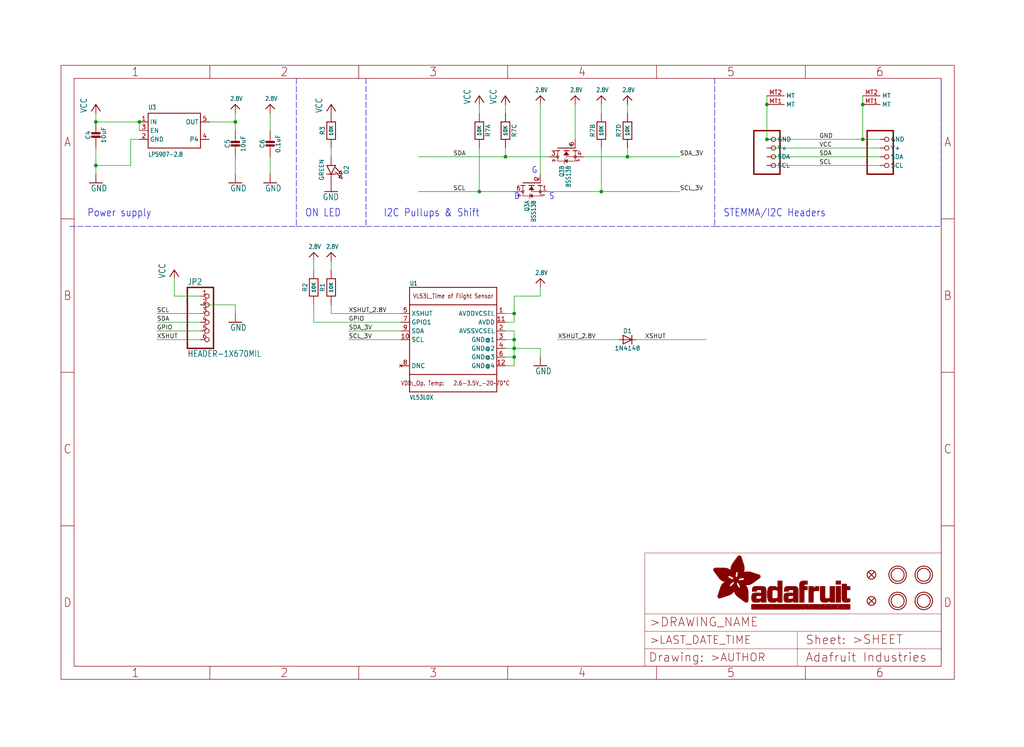
<source format=kicad_sch>
(kicad_sch (version 20211123) (generator eeschema)
  (paper "User" 298.45 217.881)
  (lib_symbols
    (symbol "eagleSchem-eagle-import:2.8V" (power)
      (property "Value" "2.8V" (at -1.524 1.016 0))
      (symbol "2.8V_1_0"
        (pin power_in line (at 0 -2.54 90) (length 2.54) (name "2.8V") (number "1"))
      )
    )
    (symbol "eagleSchem-eagle-import:CAP_CERAMIC0603_NO"
      (property "Reference" "C" (at -2.29 1.25 90))
      (property "Value" "CAP_CERAMIC0603_NO" (at 2.3 1.25 90))
      (symbol "CAP_CERAMIC0603_NO_1_0"
        (pin passive line (at 0 5.08 270) (length 2.54) (name "1") (number "1"))
        (pin passive line (at 0 -2.54 90) (length 2.54) (name "2") (number "2"))
      )
    )
    (symbol "eagleSchem-eagle-import:CAP_CERAMIC0805-NOOUTLINE"
      (property "Reference" "C" (at -2.29 1.25 90))
      (property "Value" "CAP_CERAMIC0805-NOOUTLINE" (at 2.3 1.25 90))
      (symbol "CAP_CERAMIC0805-NOOUTLINE_1_0"
        (pin passive line (at 0 5.08 270) (length 2.54) (name "1") (number "1"))
        (pin passive line (at 0 -2.54 90) (length 2.54) (name "2") (number "2"))
      )
    )
    (symbol "eagleSchem-eagle-import:DIODESOD-323"
      (property "Reference" "D" (at 0 2.54 0))
      (property "Value" "DIODESOD-323" (at 0 -2.5 0))
      (symbol "DIODESOD-323_1_0"
        (pin passive line (at -2.54 0 0) (length 2.54) (name "A") (number "A"))
        (pin passive line (at 2.54 0 180) (length 2.54) (name "C") (number "C"))
      )
    )
    (symbol "eagleSchem-eagle-import:FIDUCIAL_1MM")
    (symbol "eagleSchem-eagle-import:FRAME_A4_ADAFRUIT"
      (symbol "FRAME_A4_ADAFRUIT_0_0"
        (text "1" (at 21.6958 1.905 0) (effects (font (size 2.54 2.286))))
        (text "1" (at 21.6958 177.165 0) (effects (font (size 2.54 2.286))))
        (text "2" (at 65.0875 1.905 0) (effects (font (size 2.54 2.286))))
        (text "2" (at 65.0875 177.165 0) (effects (font (size 2.54 2.286))))
        (text "3" (at 108.4792 1.905 0) (effects (font (size 2.54 2.286))))
        (text "3" (at 108.4792 177.165 0) (effects (font (size 2.54 2.286))))
        (text "4" (at 151.8708 1.905 0) (effects (font (size 2.54 2.286))))
        (text "4" (at 151.8708 177.165 0) (effects (font (size 2.54 2.286))))
        (text "5" (at 195.2625 1.905 0) (effects (font (size 2.54 2.286))))
        (text "5" (at 195.2625 177.165 0) (effects (font (size 2.54 2.286))))
        (text "6" (at 238.6542 1.905 0) (effects (font (size 2.54 2.286))))
        (text "6" (at 238.6542 177.165 0) (effects (font (size 2.54 2.286))))
        (text "A" (at 1.905 156.6863 0) (effects (font (size 2.54 2.286))))
        (text "A" (at 258.445 156.6863 0) (effects (font (size 2.54 2.286))))
        (text "B" (at 1.905 111.9188 0) (effects (font (size 2.54 2.286))))
        (text "B" (at 258.445 111.9188 0) (effects (font (size 2.54 2.286))))
        (text "C" (at 1.905 67.1513 0) (effects (font (size 2.54 2.286))))
        (text "C" (at 258.445 67.1513 0) (effects (font (size 2.54 2.286))))
        (text "D" (at 1.905 22.3838 0) (effects (font (size 2.54 2.286))))
        (text "D" (at 258.445 22.3838 0) (effects (font (size 2.54 2.286))))
      )
      (symbol "FRAME_A4_ADAFRUIT_1_0"
        (text ">AUTHOR" (at 189.23 5.08 0) (effects (font (size 2.286 2.286)) (justify left bottom)))
        (text ">DRAWING_NAME" (at 171.45 15.24 0) (effects (font (size 2.54 2.54)) (justify left bottom)))
        (text ">LAST_DATE_TIME" (at 171.45 10.16 0) (effects (font (size 2.286 2.286)) (justify left bottom)))
        (text ">SHEET" (at 230.505 10.16 0) (effects (font (size 2.54 2.54)) (justify left bottom)))
        (text "Adafruit Industries" (at 216.916 4.953 0) (effects (font (size 2.54 2.54)) (justify left bottom)))
        (text "Drawing:" (at 171.196 4.953 0) (effects (font (size 2.54 2.54)) (justify left bottom)))
        (text "Sheet:" (at 216.916 10.033 0) (effects (font (size 2.54 2.54)) (justify left bottom)))
      )
    )
    (symbol "eagleSchem-eagle-import:GND" (power)
      (property "Value" "GND" (at -2.54 -2.54 0))
      (symbol "GND_1_0"
        (pin power_in line (at 0 2.54 270) (length 2.54) (name "GND") (number "1"))
      )
    )
    (symbol "eagleSchem-eagle-import:HEADER-1X670MIL"
      (property "Reference" "JP" (at -6.35 10.795 0))
      (property "Value" "HEADER-1X670MIL" (at -6.35 -10.16 0))
      (symbol "HEADER-1X670MIL_1_0"
        (pin passive inverted (at -2.54 7.62 0) (length 2.54) (name "1") (number "1"))
        (pin passive inverted (at -2.54 5.08 0) (length 2.54) (name "2") (number "2"))
        (pin passive inverted (at -2.54 2.54 0) (length 2.54) (name "3") (number "3"))
        (pin passive inverted (at -2.54 0 0) (length 2.54) (name "4") (number "4"))
        (pin passive inverted (at -2.54 -2.54 0) (length 2.54) (name "5") (number "5"))
        (pin passive inverted (at -2.54 -5.08 0) (length 2.54) (name "6") (number "6"))
      )
    )
    (symbol "eagleSchem-eagle-import:LED0603_NOOUTLINE"
      (property "Reference" "D" (at -1.27 4.445 0))
      (property "Value" "LED0603_NOOUTLINE" (at -1.27 -2.794 0))
      (symbol "LED0603_NOOUTLINE_1_0"
        (pin passive line (at -5.08 0 0) (length 2.54) (name "A") (number "A"))
        (pin passive line (at 2.54 0 180) (length 2.54) (name "C") (number "C"))
      )
    )
    (symbol "eagleSchem-eagle-import:MOSFET-N_DUAL"
      (property "Reference" "Q" (at 5.08 0.635 0))
      (property "Value" "MOSFET-N_DUAL" (at 5.08 -1.27 0))
      (symbol "MOSFET-N_DUAL_1_0"
        (text "D" (at 3.175 3.175 0) (effects (font (size 0.8128 0.6908)) (justify left bottom)))
        (text "G" (at -1.27 -1.905 0) (effects (font (size 0.8128 0.6908)) (justify left bottom)))
        (text "S" (at 3.175 -3.81 0) (effects (font (size 0.8128 0.6908)) (justify left bottom)))
        (pin bidirectional line (at 2.54 -5.08 90) (length 2.54) (name "S") (number "1"))
        (pin bidirectional line (at -2.54 -2.54 0) (length 2.54) (name "G") (number "2"))
        (pin bidirectional line (at 2.54 5.08 270) (length 2.54) (name "D") (number "6"))
      )
      (symbol "MOSFET-N_DUAL_2_0"
        (text "D" (at 3.175 3.175 0) (effects (font (size 0.8128 0.6908)) (justify left bottom)))
        (text "G" (at -1.27 -1.905 0) (effects (font (size 0.8128 0.6908)) (justify left bottom)))
        (text "S" (at 3.175 -3.81 0) (effects (font (size 0.8128 0.6908)) (justify left bottom)))
        (pin bidirectional line (at 2.54 5.08 270) (length 2.54) (name "D") (number "3"))
        (pin bidirectional line (at 2.54 -5.08 90) (length 2.54) (name "S") (number "4"))
        (pin bidirectional line (at -2.54 -2.54 0) (length 2.54) (name "G") (number "5"))
      )
    )
    (symbol "eagleSchem-eagle-import:MOUNTINGHOLE2.5")
    (symbol "eagleSchem-eagle-import:RESISTOR_0603_NOOUT"
      (property "Reference" "R" (at 0 2.54 0))
      (property "Value" "RESISTOR_0603_NOOUT" (at 0 0 0))
      (symbol "RESISTOR_0603_NOOUT_1_0"
        (pin passive line (at -5.08 0 0) (length 2.54) (name "1") (number "1"))
        (pin passive line (at 5.08 0 180) (length 2.54) (name "2") (number "2"))
      )
    )
    (symbol "eagleSchem-eagle-import:RESISTOR_4PACK"
      (property "Reference" "R" (at 0 2.54 0))
      (property "Value" "RESISTOR_4PACK" (at 0 0 0))
      (symbol "RESISTOR_4PACK_1_0"
        (pin passive line (at -5.08 0 0) (length 2.54) (name "1") (number "1"))
        (pin passive line (at 5.08 0 180) (length 2.54) (name "2") (number "8"))
      )
      (symbol "RESISTOR_4PACK_2_0"
        (pin passive line (at -5.08 0 0) (length 2.54) (name "1") (number "2"))
        (pin passive line (at 5.08 0 180) (length 2.54) (name "2") (number "7"))
      )
      (symbol "RESISTOR_4PACK_3_0"
        (pin passive line (at -5.08 0 0) (length 2.54) (name "1") (number "3"))
        (pin passive line (at 5.08 0 180) (length 2.54) (name "2") (number "6"))
      )
      (symbol "RESISTOR_4PACK_4_0"
        (pin passive line (at -5.08 0 0) (length 2.54) (name "1") (number "4"))
        (pin passive line (at 5.08 0 180) (length 2.54) (name "2") (number "5"))
      )
    )
    (symbol "eagleSchem-eagle-import:STEMMA_I2C_QT"
      (symbol "STEMMA_I2C_QT_1_0"
        (pin passive inverted (at 0 5.08 0) (length 2.54) (name "GND") (number "1"))
        (pin passive inverted (at 0 2.54 0) (length 2.54) (name "V+") (number "2"))
        (pin passive inverted (at 0 0 0) (length 2.54) (name "SDA") (number "3"))
        (pin passive inverted (at 0 -2.54 0) (length 2.54) (name "SCL") (number "4"))
      )
      (symbol "STEMMA_I2C_QT_2_0"
        (pin bidirectional line (at 0 0 0) (length 5.08) (name "MT") (number "MT1"))
      )
      (symbol "STEMMA_I2C_QT_3_0"
        (pin bidirectional line (at 0 0 0) (length 5.08) (name "MT") (number "MT2"))
      )
    )
    (symbol "eagleSchem-eagle-import:VCC" (power)
      (property "Value" "VCC" (at -2.54 -2.54 90))
      (symbol "VCC_1_0"
        (pin power_in line (at 0 -2.54 90) (length 2.54) (name "VCC") (number "1"))
      )
    )
    (symbol "eagleSchem-eagle-import:VL53L0X"
      (property "Reference" "U" (at -12.7 15.7226 0))
      (property "Value" "VL53L0X" (at -12.7 -17.5514 0))
      (symbol "VL53L0X_1_0"
        (text "2.6-3.5V_-20~70°C" (at 0 -12.7 0) (effects (font (size 1.27 1.0795)) (justify left)))
        (text "VDD:_Op. Temp:" (at -2.54 -12.7 0) (effects (font (size 1.27 1.0795)) (justify right)))
        (text "VL53L_Time of Flight Sensor" (at 0 12.7 0) (effects (font (size 1.27 1.0795))))
        (pin power_in line (at 15.24 7.62 180) (length 2.54) (name "AVDDVCSEL") (number "1"))
        (pin open_collector line (at -15.24 0 0) (length 2.54) (name "SCL") (number "10"))
        (pin power_in line (at 15.24 5.08 180) (length 2.54) (name "AVDD") (number "11"))
        (pin power_in line (at 15.24 -7.62 180) (length 2.54) (name "GND@4") (number "12"))
        (pin power_in line (at 15.24 2.54 180) (length 2.54) (name "AVSSVCSEL") (number "2"))
        (pin power_in line (at 15.24 0 180) (length 2.54) (name "GND@1") (number "3"))
        (pin power_in line (at 15.24 -2.54 180) (length 2.54) (name "GND@2") (number "4"))
        (pin input line (at -15.24 7.62 0) (length 2.54) (name "XSHUT") (number "5"))
        (pin power_in line (at 15.24 -5.08 180) (length 2.54) (name "GND@3") (number "6"))
        (pin output line (at -15.24 5.08 0) (length 2.54) (name "GPIO1") (number "7"))
        (pin no_connect line (at -15.24 -7.62 0) (length 2.54) (name "DNC") (number "8"))
        (pin open_collector line (at -15.24 2.54 0) (length 2.54) (name "SDA") (number "9"))
      )
    )
    (symbol "eagleSchem-eagle-import:VREG_SOT23-5"
      (property "Reference" "U" (at -7.62 6.096 0))
      (property "Value" "VREG_SOT23-5" (at -7.62 -7.62 0))
      (symbol "VREG_SOT23-5_1_0"
        (pin power_in line (at -10.16 2.54 0) (length 2.54) (name "IN") (number "1"))
        (pin power_in line (at -10.16 -2.54 0) (length 2.54) (name "GND") (number "2"))
        (pin input line (at -10.16 0 0) (length 2.54) (name "EN") (number "3"))
        (pin bidirectional line (at 10.16 -2.54 180) (length 2.54) (name "P4") (number "4"))
        (pin power_in line (at 10.16 2.54 180) (length 2.54) (name "OUT") (number "5"))
      )
    )
  )
  (junction (at 149.86 91.44))
  (junction (at 40.64 35.56))
  (junction (at 223.52 40.64))
  (junction (at 251.46 30.48))
  (junction (at 27.94 48.26))
  (junction (at 147.32 45.72))
  (junction (at 175.26 55.88))
  (junction (at 149.86 101.6))
  (junction (at 251.46 40.64))
  (junction (at 149.86 104.14))
  (junction (at 149.86 99.06))
  (junction (at 68.58 35.56))
  (junction (at 182.88 45.72))
  (junction (at 139.7 55.88))
  (junction (at 223.52 30.48))
  (junction (at 27.94 35.56))
  (wire (pts (xy 58.42 93.98) (xy 45.72 93.98)))
  (wire (pts (xy 175.26 55.88) (xy 198.12 55.88)))
  (wire (pts (xy 223.52 30.48) (xy 223.52 40.64)))
  (wire (pts (xy 256.54 45.72) (xy 223.52 45.72)))
  (wire (pts (xy 170.18 45.72) (xy 182.88 45.72)))
  (wire (pts (xy 96.52 45.72) (xy 96.52 43.18)))
  (polyline (pts (xy 208.28 22.86) (xy 208.28 66.04)))
  (wire (pts (xy 175.26 43.18) (xy 175.26 55.88)))
  (wire (pts (xy 149.86 86.36) (xy 157.48 86.36)))
  (polyline (pts (xy 106.68 66.04) (xy 208.28 66.04)))
  (wire (pts (xy 116.84 96.52) (xy 101.6 96.52)))
  (wire (pts (xy 139.7 55.88) (xy 121.92 55.88)))
  (wire (pts (xy 147.32 99.06) (xy 149.86 99.06)))
  (polyline (pts (xy 274.32 22.86) (xy 274.32 66.04)))
  (wire (pts (xy 58.42 88.9) (xy 68.58 88.9)))
  (wire (pts (xy 147.32 101.6) (xy 149.86 101.6)))
  (wire (pts (xy 139.7 43.18) (xy 139.7 55.88)))
  (wire (pts (xy 182.88 33.02) (xy 182.88 30.48)))
  (wire (pts (xy 78.74 33.02) (xy 78.74 38.1)))
  (wire (pts (xy 149.86 91.44) (xy 149.86 86.36)))
  (wire (pts (xy 27.94 33.02) (xy 27.94 35.56)))
  (wire (pts (xy 96.52 78.74) (xy 96.52 76.2)))
  (wire (pts (xy 157.48 86.36) (xy 157.48 83.82)))
  (wire (pts (xy 149.86 106.68) (xy 149.86 104.14)))
  (wire (pts (xy 60.96 35.56) (xy 68.58 35.56)))
  (wire (pts (xy 116.84 99.06) (xy 101.6 99.06)))
  (wire (pts (xy 50.8 86.36) (xy 50.8 81.28)))
  (wire (pts (xy 157.48 50.8) (xy 157.48 30.48)))
  (wire (pts (xy 147.32 106.68) (xy 149.86 106.68)))
  (wire (pts (xy 223.52 43.18) (xy 256.54 43.18)))
  (wire (pts (xy 68.58 88.9) (xy 68.58 91.44)))
  (wire (pts (xy 116.84 91.44) (xy 96.52 91.44)))
  (wire (pts (xy 256.54 40.64) (xy 251.46 40.64)))
  (wire (pts (xy 27.94 48.26) (xy 27.94 43.18)))
  (wire (pts (xy 147.32 45.72) (xy 121.92 45.72)))
  (wire (pts (xy 251.46 27.94) (xy 251.46 30.48)))
  (wire (pts (xy 38.1 40.64) (xy 38.1 48.26)))
  (wire (pts (xy 58.42 96.52) (xy 45.72 96.52)))
  (wire (pts (xy 91.44 78.74) (xy 91.44 76.2)))
  (polyline (pts (xy 86.36 66.04) (xy 106.68 66.04)))
  (wire (pts (xy 149.86 99.06) (xy 149.86 101.6)))
  (wire (pts (xy 251.46 30.48) (xy 251.46 40.64)))
  (wire (pts (xy 147.32 33.02) (xy 147.32 30.48)))
  (wire (pts (xy 40.64 38.1) (xy 40.64 35.56)))
  (wire (pts (xy 68.58 35.56) (xy 68.58 38.1)))
  (wire (pts (xy 147.32 91.44) (xy 149.86 91.44)))
  (wire (pts (xy 223.52 27.94) (xy 223.52 30.48)))
  (wire (pts (xy 157.48 101.6) (xy 157.48 104.14)))
  (wire (pts (xy 40.64 35.56) (xy 27.94 35.56)))
  (wire (pts (xy 68.58 35.56) (xy 68.58 33.02)))
  (polyline (pts (xy 208.28 66.04) (xy 274.32 66.04)))
  (wire (pts (xy 182.88 45.72) (xy 198.12 45.72)))
  (wire (pts (xy 139.7 30.48) (xy 139.7 33.02)))
  (polyline (pts (xy 106.68 22.86) (xy 106.68 66.04)))
  (wire (pts (xy 205.74 99.06) (xy 185.42 99.06)))
  (wire (pts (xy 175.26 33.02) (xy 175.26 30.48)))
  (wire (pts (xy 68.58 45.72) (xy 68.58 50.8)))
  (wire (pts (xy 147.32 93.98) (xy 149.86 93.98)))
  (wire (pts (xy 58.42 86.36) (xy 50.8 86.36)))
  (wire (pts (xy 149.86 101.6) (xy 157.48 101.6)))
  (wire (pts (xy 223.52 48.26) (xy 256.54 48.26)))
  (wire (pts (xy 167.64 40.64) (xy 167.64 30.48)))
  (wire (pts (xy 149.86 93.98) (xy 149.86 91.44)))
  (polyline (pts (xy 20.32 66.04) (xy 86.36 66.04)))
  (wire (pts (xy 58.42 91.44) (xy 45.72 91.44)))
  (wire (pts (xy 78.74 45.72) (xy 78.74 50.8)))
  (wire (pts (xy 58.42 99.06) (xy 45.72 99.06)))
  (wire (pts (xy 160.02 45.72) (xy 147.32 45.72)))
  (wire (pts (xy 38.1 48.26) (xy 27.94 48.26)))
  (wire (pts (xy 180.34 99.06) (xy 162.56 99.06)))
  (wire (pts (xy 149.86 104.14) (xy 149.86 101.6)))
  (wire (pts (xy 116.84 93.98) (xy 91.44 93.98)))
  (wire (pts (xy 96.52 91.44) (xy 96.52 88.9)))
  (wire (pts (xy 40.64 40.64) (xy 38.1 40.64)))
  (wire (pts (xy 147.32 96.52) (xy 149.86 96.52)))
  (wire (pts (xy 147.32 104.14) (xy 149.86 104.14)))
  (wire (pts (xy 91.44 93.98) (xy 91.44 88.9)))
  (wire (pts (xy 27.94 48.26) (xy 27.94 50.8)))
  (polyline (pts (xy 86.36 22.86) (xy 86.36 66.04)))
  (wire (pts (xy 149.86 55.88) (xy 139.7 55.88)))
  (wire (pts (xy 147.32 43.18) (xy 147.32 45.72)))
  (wire (pts (xy 149.86 96.52) (xy 149.86 99.06)))
  (wire (pts (xy 251.46 40.64) (xy 223.52 40.64)))
  (wire (pts (xy 182.88 43.18) (xy 182.88 45.72)))
  (wire (pts (xy 160.02 55.88) (xy 175.26 55.88)))
  (text "D" (at 149.86 58.42 180) (effects (font (size 1.778 1.5113)) (justify left bottom)))
  (text "Power supply" (at 25.4 63.5 180) (effects (font (size 2.1844 1.8567)) (justify left bottom)))
  (text "S" (at 160.02 58.42 180) (effects (font (size 1.778 1.5113)) (justify left bottom)))
  (text "ON LED" (at 88.9 63.5 180) (effects (font (size 2.1844 1.8567)) (justify left bottom)))
  (text "STEMMA/I2C Headers" (at 210.82 63.5 180) (effects (font (size 2.1844 1.8567)) (justify left bottom)))
  (text "I2C Pullups & Shift" (at 111.76 63.5 180) (effects (font (size 2.1844 1.8567)) (justify left bottom)))
  (text "G" (at 154.94 50.8 180) (effects (font (size 1.778 1.5113)) (justify left bottom)))
  (label "XSHUT" (at 187.96 99.06 0) (effects (font (size 1.2446 1.2446))))
  (label "SCL" (at 238.76 48.26 0) (effects (font (size 1.2446 1.2446))))
  (label "SDA_3V" (at 101.6 96.52 0) (effects (font (size 1.2446 1.2446))))
  (label "SCL_3V" (at 198.12 55.88 0) (effects (font (size 1.2446 1.2446))))
  (label "GND" (at 238.76 40.64 0) (effects (font (size 1.2446 1.2446))))
  (label "SDA_3V" (at 198.12 45.72 0) (effects (font (size 1.2446 1.2446))))
  (label "VCC" (at 238.76 43.18 0) (effects (font (size 1.2446 1.2446))))
  (label "GPIO" (at 45.72 96.52 0) (effects (font (size 1.2446 1.2446))))
  (label "XSHUT_2.8V" (at 101.6 91.44 0) (effects (font (size 1.2446 1.2446))))
  (label "SDA" (at 132.08 45.72 0) (effects (font (size 1.2446 1.2446))))
  (label "SCL_3V" (at 101.6 99.06 0) (effects (font (size 1.2446 1.2446))))
  (label "SDA" (at 45.72 93.98 0) (effects (font (size 1.2446 1.2446))))
  (label "GPIO" (at 101.6 93.98 0) (effects (font (size 1.2446 1.2446))))
  (label "SCL" (at 132.08 55.88 0) (effects (font (size 1.2446 1.2446))))
  (label "XSHUT" (at 45.72 99.06 0) (effects (font (size 1.2446 1.2446))))
  (label "SDA" (at 238.76 45.72 0) (effects (font (size 1.2446 1.2446))))
  (label "SCL" (at 45.72 91.44 0) (effects (font (size 1.2446 1.2446))))
  (label "XSHUT_2.8V" (at 162.56 99.06 0) (effects (font (size 1.2446 1.2446))))
  (symbol (lib_id "eagleSchem-eagle-import:2.8V") (at 68.58 30.48 0) (unit 1)
    (property "Reference" "#U$23" (effects hide))
    (property "Value" "2.8V" (at 67.056 29.464 0) (effects (font (size 1.27 1.0795)) (justify left bottom)))
    (property "Footprint" "eagleSchem:" (effects hide))
  )
  (symbol (lib_id "eagleSchem-eagle-import:2.8V") (at 96.52 73.66 0) (unit 1)
    (property "Reference" "#U$10" (effects hide))
    (property "Value" "2.8V" (at 94.996 72.644 0) (effects (font (size 1.27 1.0795)) (justify left bottom)))
    (property "Footprint" "eagleSchem:" (effects hide))
  )
  (symbol (lib_id "eagleSchem-eagle-import:GND") (at 78.74 53.34 0) (unit 1)
    (property "Reference" "#U$21" (effects hide))
    (property "Value" "GND" (at 77.216 55.88 0) (effects (font (size 1.778 1.5113)) (justify left bottom)))
    (property "Footprint" "eagleSchem:" (effects hide))
  )
  (symbol (lib_id "eagleSchem-eagle-import:FIDUCIAL_1MM") (at 254 175.26 0) (unit 1)
    (property "Reference" "FID1" (effects hide))
    (property "Value" "FIDUCIAL_1MM" (effects hide))
    (property "Footprint" "eagleSchem:FIDUCIAL_1MM" (effects hide))
  )
  (symbol (lib_id "eagleSchem-eagle-import:CAP_CERAMIC0805-NOOUTLINE") (at 27.94 40.64 0) (unit 1)
    (property "Reference" "C4" (at 25.65 39.39 90))
    (property "Value" "10uF" (at 30.24 39.39 90))
    (property "Footprint" "eagleSchem:0805-NO" (effects hide))
  )
  (symbol (lib_id "eagleSchem-eagle-import:STEMMA_I2C_QT") (at 223.52 27.94 0) (unit 3)
    (property "Reference" "CONN3" (effects hide))
    (property "Value" "STEMMA_I2C_QT" (effects hide))
    (property "Footprint" "eagleSchem:JST_SH4" (effects hide))
  )
  (symbol (lib_id "eagleSchem-eagle-import:STEMMA_I2C_QT") (at 256.54 45.72 0) (unit 1)
    (property "Reference" "CONN4" (effects hide))
    (property "Value" "STEMMA_I2C_QT" (effects hide))
    (property "Footprint" "eagleSchem:JST_SH4" (effects hide))
  )
  (symbol (lib_id "eagleSchem-eagle-import:MOUNTINGHOLE2.5") (at 269.24 175.26 0) (unit 1)
    (property "Reference" "U$34" (effects hide))
    (property "Value" "MOUNTINGHOLE2.5" (effects hide))
    (property "Footprint" "eagleSchem:MOUNTINGHOLE_2.5_PLATED" (effects hide))
  )
  (symbol (lib_id "eagleSchem-eagle-import:VCC") (at 27.94 30.48 0) (unit 1)
    (property "Reference" "#P+3" (effects hide))
    (property "Value" "VCC" (at 25.4 33.02 90) (effects (font (size 1.778 1.5113)) (justify left bottom)))
    (property "Footprint" "eagleSchem:" (effects hide))
  )
  (symbol (lib_id "eagleSchem-eagle-import:2.8V") (at 167.64 27.94 0) (unit 1)
    (property "Reference" "#U$25" (effects hide))
    (property "Value" "2.8V" (at 166.116 26.924 0) (effects (font (size 1.27 1.0795)) (justify left bottom)))
    (property "Footprint" "eagleSchem:" (effects hide))
  )
  (symbol (lib_id "eagleSchem-eagle-import:RESISTOR_0603_NOOUT") (at 96.52 83.82 90) (unit 1)
    (property "Reference" "R1" (at 93.98 83.82 0))
    (property "Value" "10K" (at 96.52 83.82 0) (effects (font (size 1.016 1.016) bold)))
    (property "Footprint" "eagleSchem:0603-NO" (effects hide))
  )
  (symbol (lib_id "eagleSchem-eagle-import:STEMMA_I2C_QT") (at 223.52 45.72 0) (unit 1)
    (property "Reference" "CONN3" (effects hide))
    (property "Value" "STEMMA_I2C_QT" (effects hide))
    (property "Footprint" "eagleSchem:JST_SH4" (effects hide))
  )
  (symbol (lib_id "eagleSchem-eagle-import:VREG_SOT23-5") (at 50.8 38.1 0) (unit 1)
    (property "Reference" "U3" (at 43.18 32.004 0) (effects (font (size 1.27 1.0795)) (justify left bottom)))
    (property "Value" "LP5907-2.8" (at 43.18 45.72 0) (effects (font (size 1.27 1.0795)) (justify left bottom)))
    (property "Footprint" "eagleSchem:SOT23-5" (effects hide))
  )
  (symbol (lib_id "eagleSchem-eagle-import:2.8V") (at 91.44 73.66 0) (unit 1)
    (property "Reference" "#U$9" (effects hide))
    (property "Value" "2.8V" (at 89.916 72.644 0) (effects (font (size 1.27 1.0795)) (justify left bottom)))
    (property "Footprint" "eagleSchem:" (effects hide))
  )
  (symbol (lib_id "eagleSchem-eagle-import:FRAME_A4_ADAFRUIT") (at 17.78 198.12 0) (unit 1)
    (property "Reference" "#U$32" (effects hide))
    (property "Value" "FRAME_A4_ADAFRUIT" (effects hide))
    (property "Footprint" "eagleSchem:" (effects hide))
  )
  (symbol (lib_id "eagleSchem-eagle-import:2.8V") (at 182.88 27.94 0) (unit 1)
    (property "Reference" "#U$27" (effects hide))
    (property "Value" "2.8V" (at 181.356 26.924 0) (effects (font (size 1.27 1.0795)) (justify left bottom)))
    (property "Footprint" "eagleSchem:" (effects hide))
  )
  (symbol (lib_id "eagleSchem-eagle-import:VCC") (at 50.8 78.74 0) (unit 1)
    (property "Reference" "#P+4" (effects hide))
    (property "Value" "VCC" (at 48.26 81.28 90) (effects (font (size 1.778 1.5113)) (justify left bottom)))
    (property "Footprint" "eagleSchem:" (effects hide))
  )
  (symbol (lib_id "eagleSchem-eagle-import:2.8V") (at 175.26 27.94 0) (unit 1)
    (property "Reference" "#U$26" (effects hide))
    (property "Value" "2.8V" (at 173.736 26.924 0) (effects (font (size 1.27 1.0795)) (justify left bottom)))
    (property "Footprint" "eagleSchem:" (effects hide))
  )
  (symbol (lib_id "eagleSchem-eagle-import:CAP_CERAMIC0805-NOOUTLINE") (at 68.58 43.18 0) (unit 1)
    (property "Reference" "C5" (at 66.29 41.93 90))
    (property "Value" "10uF" (at 70.88 41.93 90))
    (property "Footprint" "eagleSchem:0805-NO" (effects hide))
  )
  (symbol (lib_id "eagleSchem-eagle-import:RESISTOR_0603_NOOUT") (at 91.44 83.82 90) (unit 1)
    (property "Reference" "R2" (at 88.9 83.82 0))
    (property "Value" "10K" (at 91.44 83.82 0) (effects (font (size 1.016 1.016) bold)))
    (property "Footprint" "eagleSchem:0603-NO" (effects hide))
  )
  (symbol (lib_id "eagleSchem-eagle-import:STEMMA_I2C_QT") (at 223.52 30.48 0) (unit 2)
    (property "Reference" "CONN3" (effects hide))
    (property "Value" "STEMMA_I2C_QT" (effects hide))
    (property "Footprint" "eagleSchem:JST_SH4" (effects hide))
  )
  (symbol (lib_id "eagleSchem-eagle-import:FIDUCIAL_1MM") (at 254 167.64 0) (unit 1)
    (property "Reference" "FID4" (effects hide))
    (property "Value" "FIDUCIAL_1MM" (effects hide))
    (property "Footprint" "eagleSchem:FIDUCIAL_1MM" (effects hide))
  )
  (symbol (lib_id "eagleSchem-eagle-import:RESISTOR_0603_NOOUT") (at 96.52 38.1 90) (unit 1)
    (property "Reference" "R3" (at 93.98 38.1 0))
    (property "Value" "10K" (at 96.52 38.1 0) (effects (font (size 1.016 1.016) bold)))
    (property "Footprint" "eagleSchem:0603-NO" (effects hide))
  )
  (symbol (lib_id "eagleSchem-eagle-import:STEMMA_I2C_QT") (at 251.46 27.94 0) (unit 3)
    (property "Reference" "CONN4" (effects hide))
    (property "Value" "STEMMA_I2C_QT" (effects hide))
    (property "Footprint" "eagleSchem:JST_SH4" (effects hide))
  )
  (symbol (lib_id "eagleSchem-eagle-import:MOSFET-N_DUAL") (at 165.1 43.18 90) (mirror x) (unit 2)
    (property "Reference" "Q3" (at 164.465 48.26 0) (effects (font (size 1.27 1.0795)) (justify left bottom)))
    (property "Value" "BSS138" (at 166.37 48.26 0) (effects (font (size 1.27 1.0795)) (justify left bottom)))
    (property "Footprint" "eagleSchem:SOT363" (effects hide))
  )
  (symbol (lib_id "eagleSchem-eagle-import:RESISTOR_4PACK") (at 182.88 38.1 90) (mirror x) (unit 4)
    (property "Reference" "R7" (at 180.34 38.1 0))
    (property "Value" "10K" (at 182.88 38.1 0) (effects (font (size 1.016 1.016) bold)))
    (property "Footprint" "eagleSchem:RESPACK_4X0603" (effects hide))
  )
  (symbol (lib_id "eagleSchem-eagle-import:VCC") (at 139.7 27.94 0) (unit 1)
    (property "Reference" "#P+1" (effects hide))
    (property "Value" "VCC" (at 137.16 30.48 90) (effects (font (size 1.778 1.5113)) (justify left bottom)))
    (property "Footprint" "eagleSchem:" (effects hide))
  )
  (symbol (lib_id "eagleSchem-eagle-import:MOSFET-N_DUAL") (at 154.94 53.34 90) (mirror x) (unit 1)
    (property "Reference" "Q3" (at 154.305 58.42 0) (effects (font (size 1.27 1.0795)) (justify left bottom)))
    (property "Value" "BSS138" (at 156.21 58.42 0) (effects (font (size 1.27 1.0795)) (justify left bottom)))
    (property "Footprint" "eagleSchem:SOT363" (effects hide))
  )
  (symbol (lib_id "eagleSchem-eagle-import:STEMMA_I2C_QT") (at 251.46 30.48 0) (unit 2)
    (property "Reference" "CONN4" (effects hide))
    (property "Value" "STEMMA_I2C_QT" (effects hide))
    (property "Footprint" "eagleSchem:JST_SH4" (effects hide))
  )
  (symbol (lib_id "eagleSchem-eagle-import:DIODESOD-323") (at 182.88 99.06 0) (unit 1)
    (property "Reference" "D1" (at 182.88 96.52 0))
    (property "Value" "1N4148" (at 182.88 101.56 0))
    (property "Footprint" "eagleSchem:SOD-323" (effects hide))
  )
  (symbol (lib_id "eagleSchem-eagle-import:MOUNTINGHOLE2.5") (at 269.24 167.64 0) (unit 1)
    (property "Reference" "U$33" (effects hide))
    (property "Value" "MOUNTINGHOLE2.5" (effects hide))
    (property "Footprint" "eagleSchem:MOUNTINGHOLE_2.5_PLATED" (effects hide))
  )
  (symbol (lib_id "eagleSchem-eagle-import:GND") (at 157.48 106.68 0) (unit 1)
    (property "Reference" "#U$4" (effects hide))
    (property "Value" "GND" (at 155.956 109.22 0) (effects (font (size 1.778 1.5113)) (justify left bottom)))
    (property "Footprint" "eagleSchem:" (effects hide))
  )
  (symbol (lib_id "eagleSchem-eagle-import:VCC") (at 147.32 27.94 0) (unit 1)
    (property "Reference" "#P+2" (effects hide))
    (property "Value" "VCC" (at 144.78 30.48 90) (effects (font (size 1.778 1.5113)) (justify left bottom)))
    (property "Footprint" "eagleSchem:" (effects hide))
  )
  (symbol (lib_id "eagleSchem-eagle-import:MOUNTINGHOLE2.5") (at 261.62 175.26 0) (unit 1)
    (property "Reference" "U$30" (effects hide))
    (property "Value" "MOUNTINGHOLE2.5" (effects hide))
    (property "Footprint" "eagleSchem:MOUNTINGHOLE_2.5_PLATED" (effects hide))
  )
  (symbol (lib_id "eagleSchem-eagle-import:CAP_CERAMIC0603_NO") (at 78.74 43.18 0) (unit 1)
    (property "Reference" "C6" (at 76.45 41.93 90))
    (property "Value" "0.1uF" (at 81.04 41.93 90))
    (property "Footprint" "eagleSchem:0603-NO" (effects hide))
  )
  (symbol (lib_id "eagleSchem-eagle-import:GND") (at 27.94 53.34 0) (unit 1)
    (property "Reference" "#U$19" (effects hide))
    (property "Value" "GND" (at 26.416 55.88 0) (effects (font (size 1.778 1.5113)) (justify left bottom)))
    (property "Footprint" "eagleSchem:" (effects hide))
  )
  (symbol (lib_id "eagleSchem-eagle-import:RESISTOR_4PACK") (at 175.26 38.1 90) (mirror x) (unit 2)
    (property "Reference" "R7" (at 172.72 38.1 0))
    (property "Value" "10K" (at 175.26 38.1 0) (effects (font (size 1.016 1.016) bold)))
    (property "Footprint" "eagleSchem:RESPACK_4X0603" (effects hide))
  )
  (symbol (lib_id "eagleSchem-eagle-import:GND") (at 68.58 93.98 0) (unit 1)
    (property "Reference" "#U$22" (effects hide))
    (property "Value" "GND" (at 67.056 96.52 0) (effects (font (size 1.778 1.5113)) (justify left bottom)))
    (property "Footprint" "eagleSchem:" (effects hide))
  )
  (symbol (lib_id "eagleSchem-eagle-import:RESISTOR_4PACK") (at 139.7 38.1 270) (unit 1)
    (property "Reference" "R7" (at 142.24 38.1 0))
    (property "Value" "10K" (at 139.7 38.1 0) (effects (font (size 1.016 1.016) bold)))
    (property "Footprint" "eagleSchem:RESPACK_4X0603" (effects hide))
  )
  (symbol (lib_id "eagleSchem-eagle-import:GND") (at 96.52 55.88 0) (unit 1)
    (property "Reference" "#GND6" (effects hide))
    (property "Value" "GND" (at 93.98 58.42 0) (effects (font (size 1.778 1.5113)) (justify left bottom)))
    (property "Footprint" "eagleSchem:" (effects hide))
  )
  (symbol (lib_id "eagleSchem-eagle-import:LED0603_NOOUTLINE") (at 96.52 50.8 270) (unit 1)
    (property "Reference" "D2" (at 100.965 49.53 0))
    (property "Value" "GREEN" (at 93.726 49.53 0))
    (property "Footprint" "eagleSchem:CHIPLED_0603_NOOUTLINE" (effects hide))
  )
  (symbol (lib_id "eagleSchem-eagle-import:2.8V") (at 157.48 81.28 0) (unit 1)
    (property "Reference" "#U$16" (effects hide))
    (property "Value" "2.8V" (at 155.956 80.264 0) (effects (font (size 1.27 1.0795)) (justify left bottom)))
    (property "Footprint" "eagleSchem:" (effects hide))
  )
  (symbol (lib_id "eagleSchem-eagle-import:2.8V") (at 157.48 27.94 0) (unit 1)
    (property "Reference" "#U$24" (effects hide))
    (property "Value" "2.8V" (at 155.956 26.924 0) (effects (font (size 1.27 1.0795)) (justify left bottom)))
    (property "Footprint" "eagleSchem:" (effects hide))
  )
  (symbol (lib_id "eagleSchem-eagle-import:GND") (at 68.58 53.34 0) (unit 1)
    (property "Reference" "#U$20" (effects hide))
    (property "Value" "GND" (at 67.056 55.88 0) (effects (font (size 1.778 1.5113)) (justify left bottom)))
    (property "Footprint" "eagleSchem:" (effects hide))
  )
  (symbol (lib_id "eagleSchem-eagle-import:HEADER-1X670MIL") (at 60.96 93.98 0) (unit 1)
    (property "Reference" "JP2" (at 54.61 83.185 0) (effects (font (size 1.778 1.5113)) (justify left bottom)))
    (property "Value" "HEADER-1X670MIL" (at 54.61 104.14 0) (effects (font (size 1.778 1.5113)) (justify left bottom)))
    (property "Footprint" "eagleSchem:1X06_ROUND_70" (effects hide))
  )
  (symbol (lib_id "eagleSchem-eagle-import:MOUNTINGHOLE2.5") (at 261.62 167.64 0) (unit 1)
    (property "Reference" "U$31" (effects hide))
    (property "Value" "MOUNTINGHOLE2.5" (effects hide))
    (property "Footprint" "eagleSchem:MOUNTINGHOLE_2.5_PLATED" (effects hide))
  )
  (symbol (lib_id "eagleSchem-eagle-import:VCC") (at 96.52 30.48 0) (unit 1)
    (property "Reference" "#P+5" (effects hide))
    (property "Value" "VCC" (at 93.98 33.02 90) (effects (font (size 1.778 1.5113)) (justify left bottom)))
    (property "Footprint" "eagleSchem:" (effects hide))
  )
  (symbol (lib_id "eagleSchem-eagle-import:VL53L0X") (at 132.08 99.06 0) (unit 1)
    (property "Reference" "U1" (at 119.38 83.3374 0) (effects (font (size 1.27 1.0795)) (justify left bottom)))
    (property "Value" "VL53L0X" (at 119.38 116.6114 0) (effects (font (size 1.27 1.0795)) (justify left bottom)))
    (property "Footprint" "eagleSchem:LGA12_ST" (effects hide))
  )
  (symbol (lib_id "eagleSchem-eagle-import:2.8V") (at 78.74 30.48 0) (unit 1)
    (property "Reference" "#U$40" (effects hide))
    (property "Value" "2.8V" (at 77.216 29.464 0) (effects (font (size 1.27 1.0795)) (justify left bottom)))
    (property "Footprint" "eagleSchem:" (effects hide))
  )
  (symbol (lib_id "eagleSchem-eagle-import:RESISTOR_4PACK") (at 147.32 38.1 270) (unit 3)
    (property "Reference" "R7" (at 149.86 38.1 0))
    (property "Value" "10K" (at 147.32 38.1 0) (effects (font (size 1.016 1.016) bold)))
    (property "Footprint" "eagleSchem:RESPACK_4X0603" (effects hide))
  )
)
</source>
